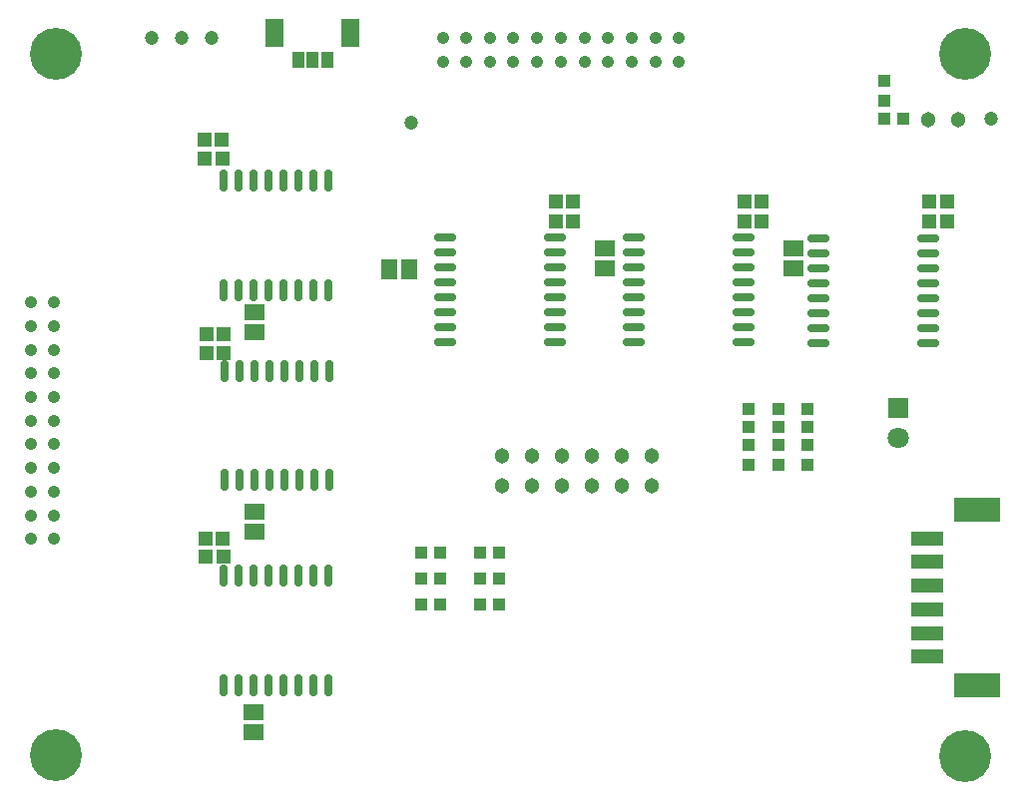
<source format=gts>
G04*
G04 #@! TF.GenerationSoftware,Altium Limited,Altium Designer,19.1.8 (144)*
G04*
G04 Layer_Color=8388736*
%FSLAX25Y25*%
%MOIN*%
G70*
G01*
G75*
%ADD31R,0.04147X0.04343*%
%ADD32R,0.04343X0.04147*%
%ADD33R,0.04934X0.04737*%
%ADD34R,0.10642X0.04737*%
%ADD35R,0.15761X0.07887*%
%ADD36O,0.07493X0.02965*%
%ADD37O,0.02965X0.07493*%
%ADD38R,0.03950X0.03950*%
%ADD39R,0.03950X0.03950*%
%ADD40R,0.06902X0.05524*%
%ADD41R,0.05524X0.06902*%
%ADD42R,0.05918X0.09265*%
%ADD43R,0.03950X0.05524*%
%ADD44R,0.04540X0.04934*%
%ADD45C,0.04737*%
%ADD46C,0.17335*%
%ADD47C,0.05131*%
%ADD48R,0.07099X0.07099*%
%ADD49C,0.07099*%
%ADD50C,0.04200*%
D31*
X538976Y381201D02*
D03*
X532874D02*
D03*
X384350Y218996D02*
D03*
X378248D02*
D03*
X384350Y227461D02*
D03*
X378248D02*
D03*
X384350Y236221D02*
D03*
X378248D02*
D03*
D32*
X487500Y278248D02*
D03*
Y284350D02*
D03*
X497539Y278150D02*
D03*
Y284252D02*
D03*
X507087Y278150D02*
D03*
Y284252D02*
D03*
D33*
X547736Y346850D02*
D03*
X553642D02*
D03*
X311713Y367815D02*
D03*
X305807D02*
D03*
X486024Y346850D02*
D03*
X491929D02*
D03*
X312205Y303051D02*
D03*
X306299D02*
D03*
X423032Y346850D02*
D03*
X428937D02*
D03*
X312106Y234842D02*
D03*
X306201D02*
D03*
D34*
X547244Y201523D02*
D03*
Y209423D02*
D03*
Y217323D02*
D03*
Y225223D02*
D03*
Y233123D02*
D03*
Y241023D02*
D03*
D35*
X563644Y192023D02*
D03*
Y250523D02*
D03*
D36*
X547564Y306382D02*
D03*
Y311382D02*
D03*
Y316382D02*
D03*
Y321382D02*
D03*
Y326382D02*
D03*
Y331382D02*
D03*
Y336382D02*
D03*
Y341382D02*
D03*
X510950Y306382D02*
D03*
Y311382D02*
D03*
Y316382D02*
D03*
Y321382D02*
D03*
Y326382D02*
D03*
Y331382D02*
D03*
Y336382D02*
D03*
Y341382D02*
D03*
X485664Y306682D02*
D03*
Y311682D02*
D03*
Y316682D02*
D03*
Y321682D02*
D03*
Y326682D02*
D03*
Y331682D02*
D03*
Y336682D02*
D03*
Y341682D02*
D03*
X449050Y306682D02*
D03*
Y311682D02*
D03*
Y316682D02*
D03*
Y321682D02*
D03*
Y326682D02*
D03*
Y331682D02*
D03*
Y336682D02*
D03*
Y341682D02*
D03*
X422664Y306582D02*
D03*
Y311582D02*
D03*
Y316582D02*
D03*
Y321582D02*
D03*
Y326582D02*
D03*
Y331582D02*
D03*
Y336582D02*
D03*
Y341582D02*
D03*
X386050Y306582D02*
D03*
Y311582D02*
D03*
Y316582D02*
D03*
Y321582D02*
D03*
Y326582D02*
D03*
Y331582D02*
D03*
Y336582D02*
D03*
Y341582D02*
D03*
D37*
X347205Y360531D02*
D03*
X342205D02*
D03*
X337205D02*
D03*
X332205D02*
D03*
X327205D02*
D03*
X322205D02*
D03*
X317205D02*
D03*
X312205D02*
D03*
X347205Y323917D02*
D03*
X342205D02*
D03*
X337205D02*
D03*
X332205D02*
D03*
X327205D02*
D03*
X322205D02*
D03*
X317205D02*
D03*
X312205D02*
D03*
X347323Y297047D02*
D03*
X342323D02*
D03*
X337323D02*
D03*
X332323D02*
D03*
X327323D02*
D03*
X322323D02*
D03*
X317323D02*
D03*
X312323D02*
D03*
X347323Y260433D02*
D03*
X342323D02*
D03*
X337323D02*
D03*
X332323D02*
D03*
X327323D02*
D03*
X322323D02*
D03*
X317323D02*
D03*
X312323D02*
D03*
X347047Y228642D02*
D03*
X342047D02*
D03*
X337047D02*
D03*
X332047D02*
D03*
X327047D02*
D03*
X322047D02*
D03*
X317047D02*
D03*
X312047D02*
D03*
X347047Y192028D02*
D03*
X342047D02*
D03*
X337047D02*
D03*
X332047D02*
D03*
X327047D02*
D03*
X322047D02*
D03*
X317047D02*
D03*
X312047D02*
D03*
D38*
X532874Y393799D02*
D03*
Y387299D02*
D03*
X487500Y265748D02*
D03*
Y272248D02*
D03*
X497539Y265748D02*
D03*
Y272248D02*
D03*
X507087Y265748D02*
D03*
Y272248D02*
D03*
D39*
X404134Y218996D02*
D03*
X397634D02*
D03*
X404134Y227461D02*
D03*
X397634D02*
D03*
X404134Y236221D02*
D03*
X397634D02*
D03*
D40*
X502559Y331398D02*
D03*
Y338090D02*
D03*
X322342Y316634D02*
D03*
Y309941D02*
D03*
X439468Y331299D02*
D03*
Y337992D02*
D03*
X322342Y249902D02*
D03*
Y243209D02*
D03*
X322244Y182874D02*
D03*
Y176181D02*
D03*
D41*
X374016Y331004D02*
D03*
X367323D02*
D03*
D42*
X329131Y410039D02*
D03*
X354331D02*
D03*
D43*
X337031Y401039D02*
D03*
X341931D02*
D03*
X346831D02*
D03*
D44*
X553642Y353740D02*
D03*
X547933D02*
D03*
X305807Y374409D02*
D03*
X311516D02*
D03*
X491732Y353740D02*
D03*
X486024D02*
D03*
X306299Y309252D02*
D03*
X312008D02*
D03*
X428839Y353740D02*
D03*
X423130D02*
D03*
X306201Y240945D02*
D03*
X311909D02*
D03*
D45*
X568504Y381201D02*
D03*
X374657Y380082D02*
D03*
X288169Y408268D02*
D03*
X298169D02*
D03*
X308169D02*
D03*
D46*
X559744Y168307D02*
D03*
X256057Y168682D02*
D03*
X559646Y402953D02*
D03*
X256102Y402953D02*
D03*
D47*
X455118Y258707D02*
D03*
Y268707D02*
D03*
X445118D02*
D03*
Y258707D02*
D03*
X435118D02*
D03*
Y268707D02*
D03*
X425118D02*
D03*
Y258707D02*
D03*
X415118D02*
D03*
Y268707D02*
D03*
X405118D02*
D03*
Y258707D02*
D03*
X557457Y381082D02*
D03*
X547457D02*
D03*
D48*
X537403Y284431D02*
D03*
D49*
Y274431D02*
D03*
D50*
X255610Y319843D02*
D03*
Y311943D02*
D03*
Y296143D02*
D03*
Y304043D02*
D03*
Y288243D02*
D03*
Y280343D02*
D03*
X255510Y264543D02*
D03*
Y272443D02*
D03*
X255610Y256643D02*
D03*
Y248743D02*
D03*
Y241043D02*
D03*
X247810D02*
D03*
Y248743D02*
D03*
Y256643D02*
D03*
X247710Y272443D02*
D03*
Y264543D02*
D03*
X247810Y280343D02*
D03*
Y288243D02*
D03*
Y304043D02*
D03*
Y296143D02*
D03*
Y311943D02*
D03*
Y319843D02*
D03*
X464233Y400295D02*
D03*
X456333D02*
D03*
X440533D02*
D03*
X448433D02*
D03*
X432633D02*
D03*
X424733D02*
D03*
X408933Y400395D02*
D03*
X416833D02*
D03*
X401033Y400295D02*
D03*
X393133D02*
D03*
X385433D02*
D03*
Y408095D02*
D03*
X393133D02*
D03*
X401033D02*
D03*
X416833Y408195D02*
D03*
X408933D02*
D03*
X424733Y408095D02*
D03*
X432633D02*
D03*
X448433D02*
D03*
X440533D02*
D03*
X456333D02*
D03*
X464233D02*
D03*
M02*

</source>
